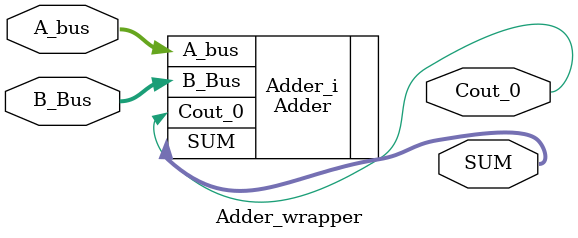
<source format=v>
`timescale 1 ps / 1 ps

module Adder_wrapper
   (A_bus,
    B_Bus,
    Cout_0,
    SUM);
  input [1:0]A_bus;
  input [1:0]B_Bus;
  output Cout_0;
  output [1:0]SUM;

  wire [1:0]A_bus;
  wire [1:0]B_Bus;
  wire Cout_0;
  wire [1:0]SUM;

  Adder Adder_i
       (.A_bus(A_bus),
        .B_Bus(B_Bus),
        .Cout_0(Cout_0),
        .SUM(SUM));
endmodule

</source>
